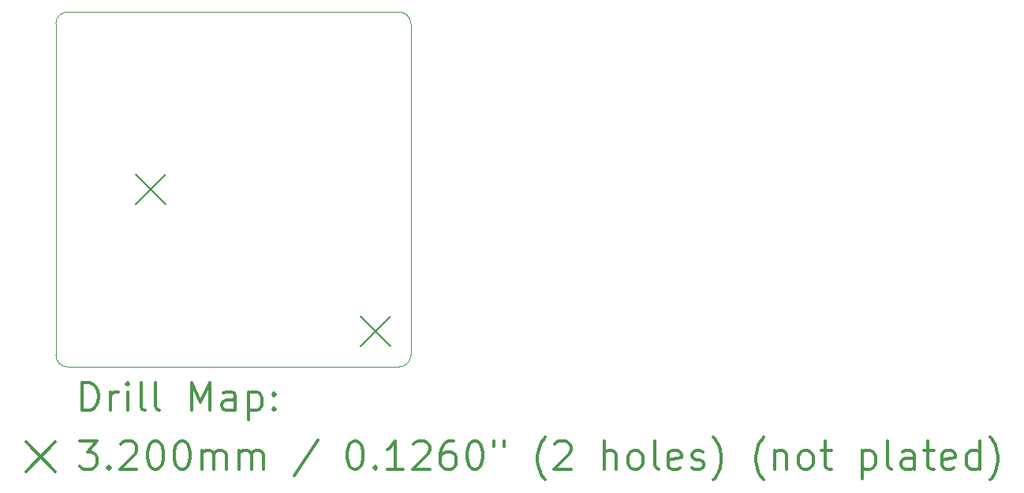
<source format=gbr>
%FSLAX45Y45*%
G04 Gerber Fmt 4.5, Leading zero omitted, Abs format (unit mm)*
G04 Created by KiCad (PCBNEW 5.1.10) date 2021-05-04 22:43:58*
%MOMM*%
%LPD*%
G01*
G04 APERTURE LIST*
%TA.AperFunction,Profile*%
%ADD10C,0.050000*%
%TD*%
%ADD11C,0.200000*%
%ADD12C,0.300000*%
G04 APERTURE END LIST*
D10*
X13081000Y-13462000D02*
G75*
G02*
X12954000Y-13335000I0J127000D01*
G01*
X16764000Y-13335000D02*
G75*
G02*
X16637000Y-13462000I-127000J0D01*
G01*
X16637000Y-9652000D02*
G75*
G02*
X16764000Y-9779000I0J-127000D01*
G01*
X12954000Y-9779000D02*
G75*
G02*
X13081000Y-9652000I127000J0D01*
G01*
X13081000Y-9652000D02*
X16637000Y-9652000D01*
X12954000Y-13335000D02*
X12954000Y-9779000D01*
X16637000Y-13462000D02*
X13081000Y-13462000D01*
X16764000Y-9779000D02*
X16764000Y-13335000D01*
D11*
X13810000Y-11397000D02*
X14130000Y-11717000D01*
X14130000Y-11397000D02*
X13810000Y-11717000D01*
X16223000Y-12921000D02*
X16543000Y-13241000D01*
X16543000Y-12921000D02*
X16223000Y-13241000D01*
D12*
X13237928Y-13930214D02*
X13237928Y-13630214D01*
X13309357Y-13630214D01*
X13352214Y-13644500D01*
X13380786Y-13673071D01*
X13395071Y-13701643D01*
X13409357Y-13758786D01*
X13409357Y-13801643D01*
X13395071Y-13858786D01*
X13380786Y-13887357D01*
X13352214Y-13915929D01*
X13309357Y-13930214D01*
X13237928Y-13930214D01*
X13537928Y-13930214D02*
X13537928Y-13730214D01*
X13537928Y-13787357D02*
X13552214Y-13758786D01*
X13566500Y-13744500D01*
X13595071Y-13730214D01*
X13623643Y-13730214D01*
X13723643Y-13930214D02*
X13723643Y-13730214D01*
X13723643Y-13630214D02*
X13709357Y-13644500D01*
X13723643Y-13658786D01*
X13737928Y-13644500D01*
X13723643Y-13630214D01*
X13723643Y-13658786D01*
X13909357Y-13930214D02*
X13880786Y-13915929D01*
X13866500Y-13887357D01*
X13866500Y-13630214D01*
X14066500Y-13930214D02*
X14037928Y-13915929D01*
X14023643Y-13887357D01*
X14023643Y-13630214D01*
X14409357Y-13930214D02*
X14409357Y-13630214D01*
X14509357Y-13844500D01*
X14609357Y-13630214D01*
X14609357Y-13930214D01*
X14880786Y-13930214D02*
X14880786Y-13773071D01*
X14866500Y-13744500D01*
X14837928Y-13730214D01*
X14780786Y-13730214D01*
X14752214Y-13744500D01*
X14880786Y-13915929D02*
X14852214Y-13930214D01*
X14780786Y-13930214D01*
X14752214Y-13915929D01*
X14737928Y-13887357D01*
X14737928Y-13858786D01*
X14752214Y-13830214D01*
X14780786Y-13815929D01*
X14852214Y-13815929D01*
X14880786Y-13801643D01*
X15023643Y-13730214D02*
X15023643Y-14030214D01*
X15023643Y-13744500D02*
X15052214Y-13730214D01*
X15109357Y-13730214D01*
X15137928Y-13744500D01*
X15152214Y-13758786D01*
X15166500Y-13787357D01*
X15166500Y-13873071D01*
X15152214Y-13901643D01*
X15137928Y-13915929D01*
X15109357Y-13930214D01*
X15052214Y-13930214D01*
X15023643Y-13915929D01*
X15295071Y-13901643D02*
X15309357Y-13915929D01*
X15295071Y-13930214D01*
X15280786Y-13915929D01*
X15295071Y-13901643D01*
X15295071Y-13930214D01*
X15295071Y-13744500D02*
X15309357Y-13758786D01*
X15295071Y-13773071D01*
X15280786Y-13758786D01*
X15295071Y-13744500D01*
X15295071Y-13773071D01*
X12631500Y-14264500D02*
X12951500Y-14584500D01*
X12951500Y-14264500D02*
X12631500Y-14584500D01*
X13209357Y-14260214D02*
X13395071Y-14260214D01*
X13295071Y-14374500D01*
X13337928Y-14374500D01*
X13366500Y-14388786D01*
X13380786Y-14403071D01*
X13395071Y-14431643D01*
X13395071Y-14503071D01*
X13380786Y-14531643D01*
X13366500Y-14545929D01*
X13337928Y-14560214D01*
X13252214Y-14560214D01*
X13223643Y-14545929D01*
X13209357Y-14531643D01*
X13523643Y-14531643D02*
X13537928Y-14545929D01*
X13523643Y-14560214D01*
X13509357Y-14545929D01*
X13523643Y-14531643D01*
X13523643Y-14560214D01*
X13652214Y-14288786D02*
X13666500Y-14274500D01*
X13695071Y-14260214D01*
X13766500Y-14260214D01*
X13795071Y-14274500D01*
X13809357Y-14288786D01*
X13823643Y-14317357D01*
X13823643Y-14345929D01*
X13809357Y-14388786D01*
X13637928Y-14560214D01*
X13823643Y-14560214D01*
X14009357Y-14260214D02*
X14037928Y-14260214D01*
X14066500Y-14274500D01*
X14080786Y-14288786D01*
X14095071Y-14317357D01*
X14109357Y-14374500D01*
X14109357Y-14445929D01*
X14095071Y-14503071D01*
X14080786Y-14531643D01*
X14066500Y-14545929D01*
X14037928Y-14560214D01*
X14009357Y-14560214D01*
X13980786Y-14545929D01*
X13966500Y-14531643D01*
X13952214Y-14503071D01*
X13937928Y-14445929D01*
X13937928Y-14374500D01*
X13952214Y-14317357D01*
X13966500Y-14288786D01*
X13980786Y-14274500D01*
X14009357Y-14260214D01*
X14295071Y-14260214D02*
X14323643Y-14260214D01*
X14352214Y-14274500D01*
X14366500Y-14288786D01*
X14380786Y-14317357D01*
X14395071Y-14374500D01*
X14395071Y-14445929D01*
X14380786Y-14503071D01*
X14366500Y-14531643D01*
X14352214Y-14545929D01*
X14323643Y-14560214D01*
X14295071Y-14560214D01*
X14266500Y-14545929D01*
X14252214Y-14531643D01*
X14237928Y-14503071D01*
X14223643Y-14445929D01*
X14223643Y-14374500D01*
X14237928Y-14317357D01*
X14252214Y-14288786D01*
X14266500Y-14274500D01*
X14295071Y-14260214D01*
X14523643Y-14560214D02*
X14523643Y-14360214D01*
X14523643Y-14388786D02*
X14537928Y-14374500D01*
X14566500Y-14360214D01*
X14609357Y-14360214D01*
X14637928Y-14374500D01*
X14652214Y-14403071D01*
X14652214Y-14560214D01*
X14652214Y-14403071D02*
X14666500Y-14374500D01*
X14695071Y-14360214D01*
X14737928Y-14360214D01*
X14766500Y-14374500D01*
X14780786Y-14403071D01*
X14780786Y-14560214D01*
X14923643Y-14560214D02*
X14923643Y-14360214D01*
X14923643Y-14388786D02*
X14937928Y-14374500D01*
X14966500Y-14360214D01*
X15009357Y-14360214D01*
X15037928Y-14374500D01*
X15052214Y-14403071D01*
X15052214Y-14560214D01*
X15052214Y-14403071D02*
X15066500Y-14374500D01*
X15095071Y-14360214D01*
X15137928Y-14360214D01*
X15166500Y-14374500D01*
X15180786Y-14403071D01*
X15180786Y-14560214D01*
X15766500Y-14245929D02*
X15509357Y-14631643D01*
X16152214Y-14260214D02*
X16180786Y-14260214D01*
X16209357Y-14274500D01*
X16223643Y-14288786D01*
X16237928Y-14317357D01*
X16252214Y-14374500D01*
X16252214Y-14445929D01*
X16237928Y-14503071D01*
X16223643Y-14531643D01*
X16209357Y-14545929D01*
X16180786Y-14560214D01*
X16152214Y-14560214D01*
X16123643Y-14545929D01*
X16109357Y-14531643D01*
X16095071Y-14503071D01*
X16080786Y-14445929D01*
X16080786Y-14374500D01*
X16095071Y-14317357D01*
X16109357Y-14288786D01*
X16123643Y-14274500D01*
X16152214Y-14260214D01*
X16380786Y-14531643D02*
X16395071Y-14545929D01*
X16380786Y-14560214D01*
X16366500Y-14545929D01*
X16380786Y-14531643D01*
X16380786Y-14560214D01*
X16680786Y-14560214D02*
X16509357Y-14560214D01*
X16595071Y-14560214D02*
X16595071Y-14260214D01*
X16566500Y-14303071D01*
X16537928Y-14331643D01*
X16509357Y-14345929D01*
X16795071Y-14288786D02*
X16809357Y-14274500D01*
X16837928Y-14260214D01*
X16909357Y-14260214D01*
X16937928Y-14274500D01*
X16952214Y-14288786D01*
X16966500Y-14317357D01*
X16966500Y-14345929D01*
X16952214Y-14388786D01*
X16780786Y-14560214D01*
X16966500Y-14560214D01*
X17223643Y-14260214D02*
X17166500Y-14260214D01*
X17137928Y-14274500D01*
X17123643Y-14288786D01*
X17095071Y-14331643D01*
X17080786Y-14388786D01*
X17080786Y-14503071D01*
X17095071Y-14531643D01*
X17109357Y-14545929D01*
X17137928Y-14560214D01*
X17195071Y-14560214D01*
X17223643Y-14545929D01*
X17237928Y-14531643D01*
X17252214Y-14503071D01*
X17252214Y-14431643D01*
X17237928Y-14403071D01*
X17223643Y-14388786D01*
X17195071Y-14374500D01*
X17137928Y-14374500D01*
X17109357Y-14388786D01*
X17095071Y-14403071D01*
X17080786Y-14431643D01*
X17437928Y-14260214D02*
X17466500Y-14260214D01*
X17495071Y-14274500D01*
X17509357Y-14288786D01*
X17523643Y-14317357D01*
X17537928Y-14374500D01*
X17537928Y-14445929D01*
X17523643Y-14503071D01*
X17509357Y-14531643D01*
X17495071Y-14545929D01*
X17466500Y-14560214D01*
X17437928Y-14560214D01*
X17409357Y-14545929D01*
X17395071Y-14531643D01*
X17380786Y-14503071D01*
X17366500Y-14445929D01*
X17366500Y-14374500D01*
X17380786Y-14317357D01*
X17395071Y-14288786D01*
X17409357Y-14274500D01*
X17437928Y-14260214D01*
X17652214Y-14260214D02*
X17652214Y-14317357D01*
X17766500Y-14260214D02*
X17766500Y-14317357D01*
X18209357Y-14674500D02*
X18195071Y-14660214D01*
X18166500Y-14617357D01*
X18152214Y-14588786D01*
X18137928Y-14545929D01*
X18123643Y-14474500D01*
X18123643Y-14417357D01*
X18137928Y-14345929D01*
X18152214Y-14303071D01*
X18166500Y-14274500D01*
X18195071Y-14231643D01*
X18209357Y-14217357D01*
X18309357Y-14288786D02*
X18323643Y-14274500D01*
X18352214Y-14260214D01*
X18423643Y-14260214D01*
X18452214Y-14274500D01*
X18466500Y-14288786D01*
X18480786Y-14317357D01*
X18480786Y-14345929D01*
X18466500Y-14388786D01*
X18295071Y-14560214D01*
X18480786Y-14560214D01*
X18837928Y-14560214D02*
X18837928Y-14260214D01*
X18966500Y-14560214D02*
X18966500Y-14403071D01*
X18952214Y-14374500D01*
X18923643Y-14360214D01*
X18880786Y-14360214D01*
X18852214Y-14374500D01*
X18837928Y-14388786D01*
X19152214Y-14560214D02*
X19123643Y-14545929D01*
X19109357Y-14531643D01*
X19095071Y-14503071D01*
X19095071Y-14417357D01*
X19109357Y-14388786D01*
X19123643Y-14374500D01*
X19152214Y-14360214D01*
X19195071Y-14360214D01*
X19223643Y-14374500D01*
X19237928Y-14388786D01*
X19252214Y-14417357D01*
X19252214Y-14503071D01*
X19237928Y-14531643D01*
X19223643Y-14545929D01*
X19195071Y-14560214D01*
X19152214Y-14560214D01*
X19423643Y-14560214D02*
X19395071Y-14545929D01*
X19380786Y-14517357D01*
X19380786Y-14260214D01*
X19652214Y-14545929D02*
X19623643Y-14560214D01*
X19566500Y-14560214D01*
X19537928Y-14545929D01*
X19523643Y-14517357D01*
X19523643Y-14403071D01*
X19537928Y-14374500D01*
X19566500Y-14360214D01*
X19623643Y-14360214D01*
X19652214Y-14374500D01*
X19666500Y-14403071D01*
X19666500Y-14431643D01*
X19523643Y-14460214D01*
X19780786Y-14545929D02*
X19809357Y-14560214D01*
X19866500Y-14560214D01*
X19895071Y-14545929D01*
X19909357Y-14517357D01*
X19909357Y-14503071D01*
X19895071Y-14474500D01*
X19866500Y-14460214D01*
X19823643Y-14460214D01*
X19795071Y-14445929D01*
X19780786Y-14417357D01*
X19780786Y-14403071D01*
X19795071Y-14374500D01*
X19823643Y-14360214D01*
X19866500Y-14360214D01*
X19895071Y-14374500D01*
X20009357Y-14674500D02*
X20023643Y-14660214D01*
X20052214Y-14617357D01*
X20066500Y-14588786D01*
X20080786Y-14545929D01*
X20095071Y-14474500D01*
X20095071Y-14417357D01*
X20080786Y-14345929D01*
X20066500Y-14303071D01*
X20052214Y-14274500D01*
X20023643Y-14231643D01*
X20009357Y-14217357D01*
X20552214Y-14674500D02*
X20537928Y-14660214D01*
X20509357Y-14617357D01*
X20495071Y-14588786D01*
X20480786Y-14545929D01*
X20466500Y-14474500D01*
X20466500Y-14417357D01*
X20480786Y-14345929D01*
X20495071Y-14303071D01*
X20509357Y-14274500D01*
X20537928Y-14231643D01*
X20552214Y-14217357D01*
X20666500Y-14360214D02*
X20666500Y-14560214D01*
X20666500Y-14388786D02*
X20680786Y-14374500D01*
X20709357Y-14360214D01*
X20752214Y-14360214D01*
X20780786Y-14374500D01*
X20795071Y-14403071D01*
X20795071Y-14560214D01*
X20980786Y-14560214D02*
X20952214Y-14545929D01*
X20937928Y-14531643D01*
X20923643Y-14503071D01*
X20923643Y-14417357D01*
X20937928Y-14388786D01*
X20952214Y-14374500D01*
X20980786Y-14360214D01*
X21023643Y-14360214D01*
X21052214Y-14374500D01*
X21066500Y-14388786D01*
X21080786Y-14417357D01*
X21080786Y-14503071D01*
X21066500Y-14531643D01*
X21052214Y-14545929D01*
X21023643Y-14560214D01*
X20980786Y-14560214D01*
X21166500Y-14360214D02*
X21280786Y-14360214D01*
X21209357Y-14260214D02*
X21209357Y-14517357D01*
X21223643Y-14545929D01*
X21252214Y-14560214D01*
X21280786Y-14560214D01*
X21609357Y-14360214D02*
X21609357Y-14660214D01*
X21609357Y-14374500D02*
X21637928Y-14360214D01*
X21695071Y-14360214D01*
X21723643Y-14374500D01*
X21737928Y-14388786D01*
X21752214Y-14417357D01*
X21752214Y-14503071D01*
X21737928Y-14531643D01*
X21723643Y-14545929D01*
X21695071Y-14560214D01*
X21637928Y-14560214D01*
X21609357Y-14545929D01*
X21923643Y-14560214D02*
X21895071Y-14545929D01*
X21880786Y-14517357D01*
X21880786Y-14260214D01*
X22166500Y-14560214D02*
X22166500Y-14403071D01*
X22152214Y-14374500D01*
X22123643Y-14360214D01*
X22066500Y-14360214D01*
X22037928Y-14374500D01*
X22166500Y-14545929D02*
X22137928Y-14560214D01*
X22066500Y-14560214D01*
X22037928Y-14545929D01*
X22023643Y-14517357D01*
X22023643Y-14488786D01*
X22037928Y-14460214D01*
X22066500Y-14445929D01*
X22137928Y-14445929D01*
X22166500Y-14431643D01*
X22266500Y-14360214D02*
X22380786Y-14360214D01*
X22309357Y-14260214D02*
X22309357Y-14517357D01*
X22323643Y-14545929D01*
X22352214Y-14560214D01*
X22380786Y-14560214D01*
X22595071Y-14545929D02*
X22566500Y-14560214D01*
X22509357Y-14560214D01*
X22480786Y-14545929D01*
X22466500Y-14517357D01*
X22466500Y-14403071D01*
X22480786Y-14374500D01*
X22509357Y-14360214D01*
X22566500Y-14360214D01*
X22595071Y-14374500D01*
X22609357Y-14403071D01*
X22609357Y-14431643D01*
X22466500Y-14460214D01*
X22866500Y-14560214D02*
X22866500Y-14260214D01*
X22866500Y-14545929D02*
X22837928Y-14560214D01*
X22780786Y-14560214D01*
X22752214Y-14545929D01*
X22737928Y-14531643D01*
X22723643Y-14503071D01*
X22723643Y-14417357D01*
X22737928Y-14388786D01*
X22752214Y-14374500D01*
X22780786Y-14360214D01*
X22837928Y-14360214D01*
X22866500Y-14374500D01*
X22980786Y-14674500D02*
X22995071Y-14660214D01*
X23023643Y-14617357D01*
X23037928Y-14588786D01*
X23052214Y-14545929D01*
X23066500Y-14474500D01*
X23066500Y-14417357D01*
X23052214Y-14345929D01*
X23037928Y-14303071D01*
X23023643Y-14274500D01*
X22995071Y-14231643D01*
X22980786Y-14217357D01*
M02*

</source>
